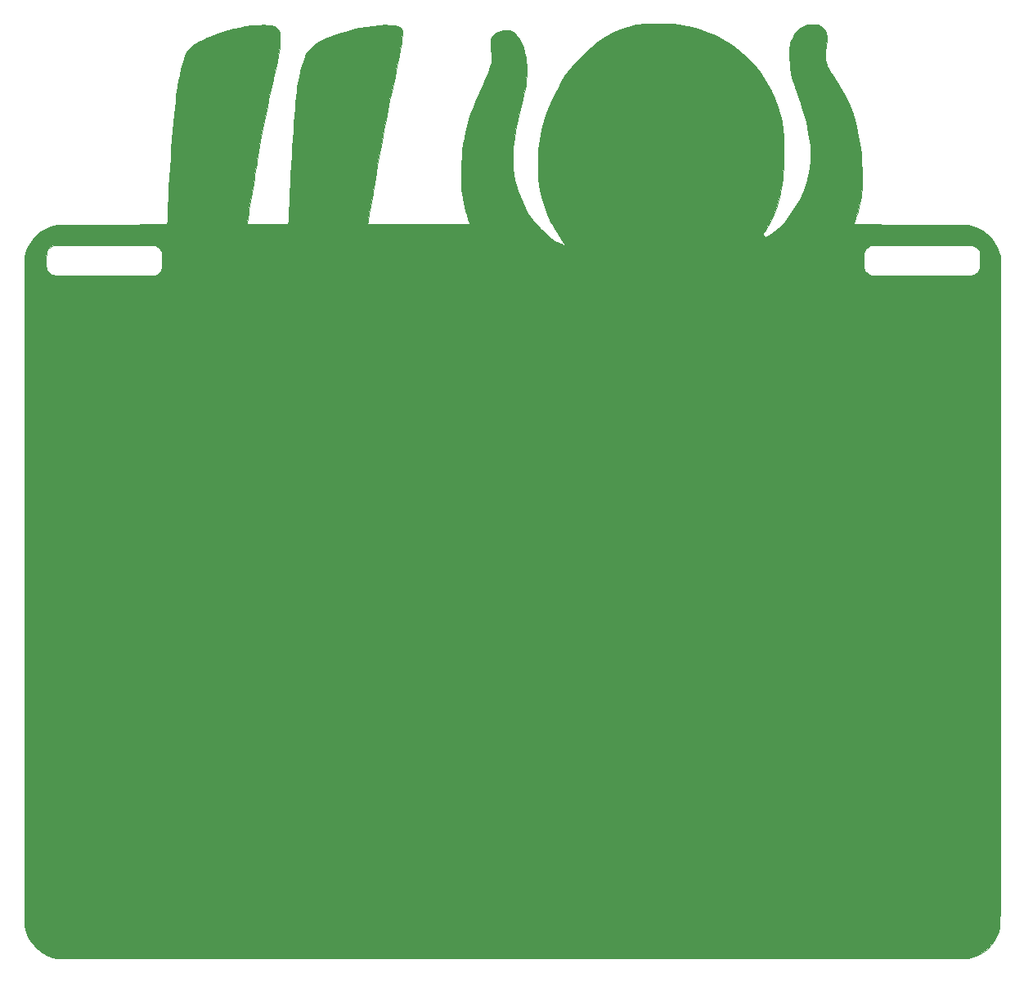
<source format=gbr>
G04 #@! TF.GenerationSoftware,KiCad,Pcbnew,(5.1.5-0-10_14)*
G04 #@! TF.CreationDate,2020-02-09T18:22:42-08:00*
G04 #@! TF.ProjectId,badge-proto,62616467-652d-4707-926f-746f2e6b6963,rev?*
G04 #@! TF.SameCoordinates,Original*
G04 #@! TF.FileFunction,Copper,L2,Bot*
G04 #@! TF.FilePolarity,Positive*
%FSLAX46Y46*%
G04 Gerber Fmt 4.6, Leading zero omitted, Abs format (unit mm)*
G04 Created by KiCad (PCBNEW (5.1.5-0-10_14)) date 2020-02-09 18:22:42*
%MOMM*%
%LPD*%
G04 APERTURE LIST*
%ADD10C,0.010000*%
%ADD11C,0.467722*%
G04 APERTURE END LIST*
D10*
G36*
X15689475Y48406602D02*
G01*
X16051048Y48397296D01*
X16368610Y48382714D01*
X16626091Y48362766D01*
X16721667Y48351525D01*
X17712407Y48193110D01*
X18634393Y47996913D01*
X19496094Y47759864D01*
X20305980Y47478896D01*
X21072520Y47150940D01*
X21804183Y46772925D01*
X22509438Y46341785D01*
X22784984Y46154507D01*
X23614627Y45524470D01*
X24381896Y44839191D01*
X25084759Y44101543D01*
X25721181Y43314395D01*
X26289131Y42480620D01*
X26786574Y41603088D01*
X27211478Y40684671D01*
X27561810Y39728240D01*
X27724015Y39179500D01*
X27808244Y38855475D01*
X27880070Y38546194D01*
X27940435Y38241527D01*
X27990280Y37931345D01*
X28030547Y37605517D01*
X28062178Y37253913D01*
X28086115Y36866404D01*
X28103299Y36432861D01*
X28114674Y35943152D01*
X28121179Y35387149D01*
X28123523Y34882667D01*
X28120062Y34155705D01*
X28105255Y33501004D01*
X28077785Y32906753D01*
X28036336Y32361143D01*
X27979591Y31852363D01*
X27906233Y31368603D01*
X27814946Y30898054D01*
X27704414Y30428905D01*
X27573752Y29950833D01*
X27440762Y29536057D01*
X27275280Y29089552D01*
X27085857Y28630207D01*
X26881046Y28176913D01*
X26669398Y27748557D01*
X26459464Y27364028D01*
X26259796Y27042215D01*
X26251139Y27029437D01*
X26139383Y26862184D01*
X26069445Y26745657D01*
X26033826Y26661765D01*
X26025026Y26592414D01*
X26035545Y26519511D01*
X26037017Y26512889D01*
X26074224Y26402016D01*
X26120635Y26328841D01*
X26127189Y26323606D01*
X26246266Y26293864D01*
X26411298Y26331535D01*
X26619438Y26434846D01*
X26867837Y26602024D01*
X27153648Y26831296D01*
X27474024Y27120889D01*
X27595648Y27237979D01*
X28253832Y27927920D01*
X28833226Y28636645D01*
X29339066Y29372549D01*
X29776589Y30144028D01*
X30151031Y30959479D01*
X30467628Y31827298D01*
X30477943Y31859401D01*
X30685765Y32609496D01*
X30831099Y33369622D01*
X30913916Y34146733D01*
X30934193Y34947780D01*
X30891901Y35779716D01*
X30787015Y36649494D01*
X30619509Y37564066D01*
X30453745Y38279679D01*
X30397464Y38498820D01*
X30337224Y38721457D01*
X30270416Y38955816D01*
X30194430Y39210121D01*
X30106659Y39492598D01*
X30004493Y39811474D01*
X29885323Y40174972D01*
X29746540Y40591320D01*
X29585535Y41068743D01*
X29399698Y41615466D01*
X29342547Y41783000D01*
X29200781Y42201693D01*
X29084987Y42555241D01*
X28992362Y42858127D01*
X28920101Y43124833D01*
X28865400Y43369841D01*
X28825456Y43607633D01*
X28797463Y43852691D01*
X28778618Y44119497D01*
X28766116Y44422533D01*
X28757153Y44776280D01*
X28756451Y44809833D01*
X28749689Y45221298D01*
X28749155Y45560586D01*
X28756392Y45840060D01*
X28772946Y46072080D01*
X28800359Y46269007D01*
X28840177Y46443202D01*
X28893945Y46607028D01*
X28963206Y46772843D01*
X29015623Y46884167D01*
X29259518Y47309901D01*
X29542271Y47661197D01*
X29865630Y47939714D01*
X30231341Y48147116D01*
X30422550Y48221934D01*
X30579012Y48269174D01*
X30731719Y48299208D01*
X30907906Y48315544D01*
X31134804Y48321689D01*
X31199667Y48322037D01*
X31466300Y48316517D01*
X31670324Y48293182D01*
X31833201Y48244211D01*
X31976397Y48161788D01*
X32121376Y48038092D01*
X32202935Y47956577D01*
X32411351Y47684754D01*
X32551458Y47368785D01*
X32623634Y47006722D01*
X32628253Y46596619D01*
X32565694Y46136527D01*
X32560158Y46108982D01*
X32479759Y45623031D01*
X32441193Y45165450D01*
X32445521Y44753530D01*
X32465297Y44561545D01*
X32490371Y44417495D01*
X32526632Y44277404D01*
X32579151Y44131432D01*
X32652997Y43969739D01*
X32753240Y43782483D01*
X32884950Y43559825D01*
X33053197Y43291923D01*
X33263050Y42968936D01*
X33367193Y42810889D01*
X33738879Y42239495D01*
X34062048Y41721500D01*
X34342398Y41245271D01*
X34585623Y40799172D01*
X34797421Y40371570D01*
X34983487Y39950829D01*
X35149517Y39525315D01*
X35301207Y39083394D01*
X35444253Y38613430D01*
X35475025Y38505488D01*
X35685042Y37680374D01*
X35864540Y36809563D01*
X36012252Y35907864D01*
X36126909Y34990084D01*
X36207244Y34071032D01*
X36251990Y33165516D01*
X36259878Y32288343D01*
X36229642Y31454323D01*
X36160013Y30678264D01*
X36151164Y30607000D01*
X36066238Y30076552D01*
X35942981Y29500267D01*
X35787939Y28904106D01*
X35607660Y28314025D01*
X35480033Y27945992D01*
X35355076Y27603603D01*
X41246621Y27590688D01*
X47138167Y27577772D01*
X47489275Y27483916D01*
X48058889Y27291931D01*
X48579680Y27034456D01*
X49047294Y26714005D01*
X49427063Y26365443D01*
X49782476Y25943010D01*
X50070935Y25491428D01*
X50302227Y24993763D01*
X50427291Y24635152D01*
X50524834Y24320500D01*
X50537532Y-10223500D01*
X50538303Y-12401812D01*
X50538983Y-14496716D01*
X50539571Y-16509473D01*
X50540065Y-18441341D01*
X50540464Y-20293580D01*
X50540767Y-22067448D01*
X50540972Y-23764206D01*
X50541079Y-25385113D01*
X50541085Y-26931428D01*
X50540989Y-28404410D01*
X50540791Y-29805319D01*
X50540488Y-31135414D01*
X50540080Y-32395954D01*
X50539565Y-33588199D01*
X50538942Y-34713407D01*
X50538209Y-35772839D01*
X50537366Y-36767754D01*
X50536411Y-37699411D01*
X50535342Y-38569069D01*
X50534158Y-39377988D01*
X50532859Y-40127426D01*
X50531442Y-40818644D01*
X50529906Y-41452901D01*
X50528251Y-42031455D01*
X50526474Y-42555567D01*
X50524575Y-43026495D01*
X50522551Y-43445499D01*
X50520403Y-43813839D01*
X50518127Y-44132773D01*
X50515724Y-44403561D01*
X50513192Y-44627462D01*
X50510529Y-44805736D01*
X50507735Y-44939642D01*
X50504807Y-45030439D01*
X50501745Y-45079387D01*
X50501117Y-45084259D01*
X50374930Y-45629636D01*
X50173553Y-46145162D01*
X49903116Y-46624560D01*
X49569749Y-47061553D01*
X49179580Y-47449864D01*
X48738740Y-47783214D01*
X48253358Y-48055328D01*
X47729563Y-48259927D01*
X47293193Y-48369589D01*
X47268401Y-48372687D01*
X47225877Y-48375678D01*
X47164220Y-48378562D01*
X47082029Y-48381341D01*
X46977901Y-48384017D01*
X46850434Y-48386591D01*
X46698226Y-48389066D01*
X46519876Y-48391442D01*
X46313981Y-48393722D01*
X46079141Y-48395906D01*
X45813952Y-48397998D01*
X45517013Y-48399997D01*
X45186923Y-48401906D01*
X44822278Y-48403727D01*
X44421678Y-48405460D01*
X43983721Y-48407109D01*
X43507004Y-48408674D01*
X42990126Y-48410156D01*
X42431685Y-48411559D01*
X41830278Y-48412882D01*
X41184505Y-48414128D01*
X40492963Y-48415299D01*
X39754251Y-48416396D01*
X38966966Y-48417421D01*
X38129706Y-48418374D01*
X37241070Y-48419259D01*
X36299656Y-48420077D01*
X35304062Y-48420828D01*
X34252886Y-48421515D01*
X33144726Y-48422140D01*
X31978181Y-48422704D01*
X30751848Y-48423209D01*
X29464325Y-48423656D01*
X28114212Y-48424046D01*
X26700105Y-48424383D01*
X25220602Y-48424666D01*
X23674303Y-48424899D01*
X22059805Y-48425082D01*
X20375707Y-48425217D01*
X18620605Y-48425305D01*
X16793100Y-48425349D01*
X14891788Y-48425350D01*
X12915267Y-48425309D01*
X10862137Y-48425229D01*
X8730994Y-48425110D01*
X6520438Y-48424955D01*
X4229066Y-48424765D01*
X1855476Y-48424542D01*
X28026Y-48424354D01*
X-1965580Y-48424112D01*
X-3939012Y-48423811D01*
X-5890557Y-48423453D01*
X-7818503Y-48423039D01*
X-9721140Y-48422571D01*
X-11596755Y-48422050D01*
X-13443636Y-48421477D01*
X-15260072Y-48420854D01*
X-17044352Y-48420183D01*
X-18794763Y-48419464D01*
X-20509594Y-48418700D01*
X-22187132Y-48417891D01*
X-23825668Y-48417039D01*
X-25423488Y-48416146D01*
X-26978881Y-48415213D01*
X-28490135Y-48414241D01*
X-29955539Y-48413232D01*
X-31373381Y-48412187D01*
X-32741949Y-48411108D01*
X-34059531Y-48409996D01*
X-35324416Y-48408852D01*
X-36534893Y-48407678D01*
X-37689249Y-48406476D01*
X-38785773Y-48405246D01*
X-39822752Y-48403991D01*
X-40798476Y-48402711D01*
X-41711233Y-48401409D01*
X-42559311Y-48400085D01*
X-43340998Y-48398740D01*
X-44054582Y-48397378D01*
X-44698352Y-48395998D01*
X-45270597Y-48394602D01*
X-45769604Y-48393192D01*
X-46193662Y-48391769D01*
X-46541058Y-48390334D01*
X-46810083Y-48388889D01*
X-46999023Y-48387436D01*
X-47106166Y-48385976D01*
X-47131404Y-48384983D01*
X-47535117Y-48289445D01*
X-47958202Y-48140260D01*
X-48368089Y-47950642D01*
X-48725666Y-47738264D01*
X-48917682Y-47591096D01*
X-49135033Y-47398103D01*
X-49353820Y-47182339D01*
X-49550141Y-46966855D01*
X-49640857Y-46855550D01*
X-49930742Y-46415463D01*
X-50164181Y-45924510D01*
X-50333629Y-45400944D01*
X-50417017Y-44978165D01*
X-50420063Y-44932938D01*
X-50422975Y-44840494D01*
X-50425754Y-44699697D01*
X-50428402Y-44509411D01*
X-50430920Y-44268501D01*
X-50433308Y-43975832D01*
X-50435569Y-43630267D01*
X-50437702Y-43230672D01*
X-50439710Y-42775910D01*
X-50441594Y-42264847D01*
X-50443354Y-41696346D01*
X-50444992Y-41069273D01*
X-50446510Y-40382491D01*
X-50447907Y-39634866D01*
X-50449185Y-38825261D01*
X-50450347Y-37952541D01*
X-50451391Y-37015571D01*
X-50452321Y-36013215D01*
X-50453136Y-34944337D01*
X-50453839Y-33807803D01*
X-50454429Y-32602476D01*
X-50454910Y-31327221D01*
X-50455280Y-29980902D01*
X-50455543Y-28562384D01*
X-50455698Y-27070532D01*
X-50455748Y-25504210D01*
X-50455692Y-23862282D01*
X-50455533Y-22143613D01*
X-50455272Y-20347067D01*
X-50454909Y-18471509D01*
X-50454446Y-16515803D01*
X-50453884Y-14478814D01*
X-50453225Y-12359406D01*
X-50452485Y-10202333D01*
X-50440378Y23644594D01*
X-48214162Y23644594D01*
X-48213900Y23410180D01*
X-48208875Y23234386D01*
X-48198409Y23104225D01*
X-48181823Y23006708D01*
X-48158438Y22928845D01*
X-48156714Y22924278D01*
X-48032596Y22705329D01*
X-47848547Y22515738D01*
X-47646166Y22388870D01*
X-47618139Y22377449D01*
X-47583730Y22367207D01*
X-47538426Y22358079D01*
X-47477714Y22350000D01*
X-47397078Y22342904D01*
X-47292005Y22336728D01*
X-47157981Y22331406D01*
X-46990493Y22326872D01*
X-46785025Y22323063D01*
X-46537065Y22319913D01*
X-46242098Y22317357D01*
X-45895610Y22315331D01*
X-45493087Y22313768D01*
X-45030016Y22312606D01*
X-44501882Y22311777D01*
X-43904172Y22311219D01*
X-43232371Y22310864D01*
X-42481965Y22310650D01*
X-42205678Y22310597D01*
X-36934524Y22309667D01*
X-36744678Y22410095D01*
X-36519741Y22575375D01*
X-36349082Y22798293D01*
X-36244031Y23063524D01*
X-36236290Y23097860D01*
X-36215669Y23255881D01*
X-36203225Y23484166D01*
X-36199467Y23768659D01*
X-36200922Y23876000D01*
X36427834Y23876000D01*
X36428345Y23589617D01*
X36430802Y23373838D01*
X36436589Y23214604D01*
X36447092Y23097854D01*
X36463694Y23009527D01*
X36487780Y22935564D01*
X36520735Y22861905D01*
X36529457Y22844052D01*
X36644823Y22673582D01*
X36806412Y22514743D01*
X36985279Y22392944D01*
X37097220Y22345637D01*
X37150519Y22342147D01*
X37283275Y22338733D01*
X37490277Y22335425D01*
X37766315Y22332252D01*
X38106180Y22329246D01*
X38504661Y22326436D01*
X38956548Y22323852D01*
X39456632Y22321525D01*
X39999701Y22319483D01*
X40580546Y22317758D01*
X41193957Y22316379D01*
X41834724Y22315377D01*
X42439167Y22314816D01*
X43215821Y22314374D01*
X43912333Y22314112D01*
X44533228Y22314094D01*
X45083030Y22314380D01*
X45566262Y22315033D01*
X45987451Y22316115D01*
X46351120Y22317688D01*
X46661794Y22319812D01*
X46923997Y22322551D01*
X47142254Y22325966D01*
X47321089Y22330118D01*
X47465027Y22335070D01*
X47578592Y22340884D01*
X47666308Y22347620D01*
X47732701Y22355342D01*
X47782295Y22364111D01*
X47819613Y22373988D01*
X47849181Y22385037D01*
X47857834Y22388870D01*
X48074110Y22527190D01*
X48254001Y22718183D01*
X48367669Y22922415D01*
X48391304Y22999537D01*
X48408169Y23096801D01*
X48418935Y23227066D01*
X48424275Y23403190D01*
X48424859Y23638034D01*
X48421361Y23944458D01*
X48421295Y23948771D01*
X48408167Y24800335D01*
X48279594Y24983125D01*
X48079129Y25203725D01*
X47840855Y25354001D01*
X47714647Y25399321D01*
X47647314Y25406282D01*
X47501830Y25412649D01*
X47284571Y25418426D01*
X47001914Y25423618D01*
X46660237Y25428226D01*
X46265916Y25432257D01*
X45825328Y25435712D01*
X45344852Y25438596D01*
X44830863Y25440912D01*
X44289739Y25442664D01*
X43727856Y25443856D01*
X43151593Y25444491D01*
X42567326Y25444574D01*
X41981432Y25444107D01*
X41400288Y25443095D01*
X40830272Y25441541D01*
X40277760Y25439448D01*
X39749130Y25436821D01*
X39250758Y25433664D01*
X38789022Y25429979D01*
X38370299Y25425771D01*
X38000965Y25421043D01*
X37687399Y25415798D01*
X37435977Y25410042D01*
X37253076Y25403777D01*
X37145073Y25397006D01*
X37120341Y25393203D01*
X36931410Y25303009D01*
X36743662Y25156423D01*
X36584905Y24977427D01*
X36521623Y24876868D01*
X36489121Y24810966D01*
X36465116Y24743199D01*
X36448332Y24659927D01*
X36437489Y24547514D01*
X36431311Y24392321D01*
X36428519Y24180710D01*
X36427835Y23899042D01*
X36427834Y23876000D01*
X-36200922Y23876000D01*
X-36202869Y24019495D01*
X-36210355Y24283147D01*
X-36219617Y24477870D01*
X-36232649Y24619401D01*
X-36251445Y24723478D01*
X-36277998Y24805837D01*
X-36311470Y24876868D01*
X-36441880Y25062931D01*
X-36617044Y25229831D01*
X-36808965Y25353362D01*
X-36908674Y25393203D01*
X-36974267Y25400240D01*
X-37118149Y25406775D01*
X-37333941Y25412802D01*
X-37615268Y25418319D01*
X-37955751Y25423322D01*
X-38349014Y25427807D01*
X-38788680Y25431770D01*
X-39268371Y25435209D01*
X-39781711Y25438118D01*
X-40322322Y25440495D01*
X-40883827Y25442336D01*
X-41459850Y25443637D01*
X-42044013Y25444394D01*
X-42629939Y25444604D01*
X-43211251Y25444263D01*
X-43781571Y25443367D01*
X-44334524Y25441913D01*
X-44863731Y25439897D01*
X-45362816Y25437316D01*
X-45825401Y25434165D01*
X-46245110Y25430441D01*
X-46615565Y25426140D01*
X-46930389Y25421259D01*
X-47183205Y25415793D01*
X-47367637Y25409740D01*
X-47477306Y25403096D01*
X-47502980Y25399321D01*
X-47755881Y25285927D01*
X-47975985Y25098511D01*
X-48067927Y24983109D01*
X-48196500Y24800304D01*
X-48210339Y23950618D01*
X-48214162Y23644594D01*
X-50440378Y23644594D01*
X-50440166Y24235833D01*
X-50345475Y24574500D01*
X-50172219Y25063791D01*
X-49933603Y25541990D01*
X-49641492Y25990455D01*
X-49307755Y26390546D01*
X-49012237Y26668713D01*
X-48750154Y26860341D01*
X-48432227Y27051508D01*
X-48086170Y27228100D01*
X-47739698Y27376004D01*
X-47420525Y27481103D01*
X-47413333Y27483008D01*
X-47053500Y27577687D01*
X-41373952Y27590684D01*
X-35694405Y27603681D01*
X-35670685Y27951757D01*
X-35662493Y28089914D01*
X-35651828Y28296887D01*
X-35639426Y28556888D01*
X-35626021Y28854129D01*
X-35612348Y29172819D01*
X-35601301Y29442833D01*
X-35558422Y30444120D01*
X-35509634Y31453721D01*
X-35455502Y32464182D01*
X-35396590Y33468043D01*
X-35333464Y34457848D01*
X-35266687Y35426139D01*
X-35196824Y36365459D01*
X-35124439Y37268351D01*
X-35050098Y38127357D01*
X-34974363Y38935020D01*
X-34897800Y39683882D01*
X-34820973Y40366487D01*
X-34744447Y40975376D01*
X-34708930Y41232667D01*
X-34610372Y41867855D01*
X-34499025Y42486158D01*
X-34377094Y43079283D01*
X-34246788Y43638935D01*
X-34110312Y44156819D01*
X-33969874Y44624641D01*
X-33827681Y45034107D01*
X-33685939Y45376923D01*
X-33546855Y45644793D01*
X-33525978Y45678596D01*
X-33364485Y45873983D01*
X-33126370Y46077604D01*
X-32818967Y46286736D01*
X-32449609Y46498656D01*
X-32025629Y46710642D01*
X-31554361Y46919970D01*
X-31043137Y47123918D01*
X-30499292Y47319763D01*
X-29930157Y47504782D01*
X-29343067Y47676253D01*
X-28745354Y47831452D01*
X-28144353Y47967657D01*
X-27547395Y48082145D01*
X-26961815Y48172193D01*
X-26733500Y48200633D01*
X-26400587Y48231134D01*
X-26053453Y48248735D01*
X-25708307Y48253803D01*
X-25381354Y48246711D01*
X-25088803Y48227828D01*
X-24846860Y48197524D01*
X-24671731Y48156170D01*
X-24663714Y48153349D01*
X-24442853Y48047310D01*
X-24271632Y47902070D01*
X-24146063Y47709488D01*
X-24062156Y47461423D01*
X-24015923Y47149734D01*
X-24003229Y46805222D01*
X-24010222Y46526772D01*
X-24031718Y46221456D01*
X-24068849Y45882668D01*
X-24122747Y45503804D01*
X-24194545Y45078256D01*
X-24285375Y44599420D01*
X-24396370Y44060689D01*
X-24528661Y43455457D01*
X-24683381Y42777119D01*
X-24722624Y42608500D01*
X-24882303Y41915217D01*
X-25036370Y41226072D01*
X-25186633Y40531890D01*
X-25334902Y39823498D01*
X-25482985Y39091722D01*
X-25632691Y38327387D01*
X-25785828Y37521321D01*
X-25944204Y36664348D01*
X-26109630Y35747295D01*
X-26283913Y34760988D01*
X-26391806Y34141833D01*
X-26439679Y33862641D01*
X-26495313Y33532709D01*
X-26557471Y33159764D01*
X-26624916Y32751537D01*
X-26696408Y32315756D01*
X-26770712Y31860150D01*
X-26846588Y31392449D01*
X-26922800Y30920380D01*
X-26998108Y30451675D01*
X-27071277Y29994060D01*
X-27141068Y29555266D01*
X-27206243Y29143021D01*
X-27265564Y28765055D01*
X-27317794Y28429095D01*
X-27361696Y28142873D01*
X-27396030Y27914115D01*
X-27419561Y27750552D01*
X-27431049Y27659913D01*
X-27432000Y27646320D01*
X-27397890Y27634959D01*
X-27294061Y27625335D01*
X-27118261Y27617402D01*
X-26868239Y27611112D01*
X-26541745Y27606417D01*
X-26136526Y27603269D01*
X-25650333Y27601622D01*
X-25298661Y27601333D01*
X-23165322Y27601333D01*
X-23140690Y27971750D01*
X-23128584Y28170051D01*
X-23115025Y28417874D01*
X-23101870Y28680143D01*
X-23093118Y28871333D01*
X-23049305Y29844904D01*
X-23002317Y30819976D01*
X-22952516Y31791464D01*
X-22900267Y32754285D01*
X-22845935Y33703356D01*
X-22789884Y34633592D01*
X-22732480Y35539909D01*
X-22674086Y36417224D01*
X-22615066Y37260453D01*
X-22555786Y38064512D01*
X-22496610Y38824316D01*
X-22437903Y39534783D01*
X-22380029Y40190828D01*
X-22323352Y40787367D01*
X-22268237Y41319317D01*
X-22215048Y41781593D01*
X-22164151Y42169112D01*
X-22118781Y42460333D01*
X-22032724Y42898775D01*
X-21924382Y43358004D01*
X-21799312Y43819490D01*
X-21663072Y44264703D01*
X-21521221Y44675114D01*
X-21379317Y45032192D01*
X-21287793Y45230731D01*
X-21122429Y45515059D01*
X-20918210Y45772260D01*
X-20664872Y46011575D01*
X-20352151Y46242245D01*
X-19969780Y46473509D01*
X-19812000Y46559274D01*
X-19247616Y46834064D01*
X-18623243Y47094202D01*
X-17952569Y47336397D01*
X-17249282Y47557358D01*
X-16527072Y47753793D01*
X-15799627Y47922412D01*
X-15080635Y48059924D01*
X-14383785Y48163037D01*
X-13722765Y48228462D01*
X-13111264Y48252906D01*
X-12790962Y48247276D01*
X-12395211Y48220297D01*
X-12073947Y48174283D01*
X-11818619Y48106731D01*
X-11620678Y48015134D01*
X-11471572Y47896987D01*
X-11428700Y47848096D01*
X-11386982Y47789297D01*
X-11361343Y47726858D01*
X-11349356Y47641342D01*
X-11348594Y47513316D01*
X-11356630Y47323345D01*
X-11358547Y47286333D01*
X-11392791Y46862584D01*
X-11455262Y46359318D01*
X-11545907Y45776826D01*
X-11664675Y45115396D01*
X-11811516Y44375319D01*
X-11986379Y43556883D01*
X-12132901Y42904833D01*
X-12296170Y42173479D01*
X-12469669Y41361643D01*
X-12652742Y40472807D01*
X-12844730Y39510451D01*
X-13044976Y38478058D01*
X-13252822Y37379110D01*
X-13467612Y36217087D01*
X-13688687Y34995472D01*
X-13915390Y33717746D01*
X-14147063Y32387390D01*
X-14383049Y31007887D01*
X-14411520Y30839833D01*
X-14490741Y30372253D01*
X-14566835Y29924081D01*
X-14638455Y29503207D01*
X-14704249Y29117516D01*
X-14762869Y28774897D01*
X-14812965Y28483237D01*
X-14853186Y28250423D01*
X-14882183Y28084343D01*
X-14898606Y27992885D01*
X-14899699Y27987139D01*
X-14924622Y27843889D01*
X-14940556Y27725421D01*
X-14943666Y27680222D01*
X-14941600Y27668615D01*
X-14932490Y27658206D01*
X-14911970Y27648928D01*
X-14875675Y27640717D01*
X-14819239Y27633508D01*
X-14738296Y27627236D01*
X-14628481Y27621836D01*
X-14485428Y27617242D01*
X-14304771Y27613390D01*
X-14082145Y27610214D01*
X-13813183Y27607650D01*
X-13493519Y27605632D01*
X-13118789Y27604095D01*
X-12684627Y27602974D01*
X-12186666Y27602205D01*
X-11620541Y27601721D01*
X-10981886Y27601458D01*
X-10266336Y27601351D01*
X-9652000Y27601333D01*
X-8990120Y27601546D01*
X-8352125Y27602166D01*
X-7743083Y27603168D01*
X-7168064Y27604525D01*
X-6632136Y27606212D01*
X-6140370Y27608203D01*
X-5697834Y27610471D01*
X-5309598Y27612992D01*
X-4980731Y27615738D01*
X-4716302Y27618684D01*
X-4521380Y27621805D01*
X-4401036Y27625073D01*
X-4360333Y27628430D01*
X-4373525Y27676307D01*
X-4409666Y27788506D01*
X-4463608Y27949481D01*
X-4530201Y28143686D01*
X-4547800Y28194393D01*
X-4666987Y28561593D01*
X-4787567Y28977013D01*
X-4901912Y29411231D01*
X-5002388Y29834828D01*
X-5081367Y30218381D01*
X-5100305Y30324628D01*
X-5164027Y30774995D01*
X-5208602Y31269366D01*
X-5234533Y31817804D01*
X-5242323Y32430371D01*
X-5234808Y33020000D01*
X-5208522Y33827295D01*
X-5166973Y34565659D01*
X-5108685Y35249698D01*
X-5032184Y35894016D01*
X-4935993Y36513220D01*
X-4822165Y37105167D01*
X-4740332Y37479822D01*
X-4656156Y37831328D01*
X-4566090Y38169441D01*
X-4466584Y38503917D01*
X-4354091Y38844514D01*
X-4225062Y39200986D01*
X-4075949Y39583091D01*
X-3903202Y40000584D01*
X-3703275Y40463223D01*
X-3472618Y40980762D01*
X-3207683Y41562959D01*
X-3174703Y41634833D01*
X-2939490Y42148882D01*
X-2738309Y42594911D01*
X-2568967Y42981424D01*
X-2429270Y43316927D01*
X-2317024Y43609924D01*
X-2230034Y43868921D01*
X-2166108Y44102421D01*
X-2123050Y44318931D01*
X-2098666Y44526954D01*
X-2090764Y44734996D01*
X-2097148Y44951561D01*
X-2115625Y45185155D01*
X-2144001Y45444281D01*
X-2159334Y45570823D01*
X-2199697Y45929073D01*
X-2222584Y46216935D01*
X-2227634Y46446941D01*
X-2214481Y46631621D01*
X-2182764Y46783506D01*
X-2132118Y46915129D01*
X-2119638Y46940217D01*
X-1959528Y47163928D01*
X-1735481Y47355665D01*
X-1463819Y47510413D01*
X-1160864Y47623162D01*
X-842938Y47688898D01*
X-526363Y47702610D01*
X-227461Y47659284D01*
X-21166Y47584649D01*
X257095Y47405823D01*
X517033Y47148986D01*
X755779Y46819373D01*
X970462Y46422220D01*
X1158214Y45962760D01*
X1316163Y45446227D01*
X1430474Y44936833D01*
X1460519Y44719591D01*
X1483096Y44436142D01*
X1498228Y44104615D01*
X1505940Y43743139D01*
X1506253Y43369842D01*
X1499191Y43002853D01*
X1484778Y42660299D01*
X1463036Y42360309D01*
X1433990Y42121012D01*
X1426810Y42079333D01*
X1337288Y41614993D01*
X1231952Y41107586D01*
X1108700Y40547558D01*
X965428Y39925353D01*
X802836Y39243000D01*
X624601Y38488687D01*
X472447Y37805423D01*
X345528Y37183985D01*
X242997Y36615151D01*
X164009Y36089699D01*
X107718Y35598407D01*
X73278Y35132052D01*
X59844Y34681413D01*
X66569Y34237267D01*
X92607Y33790391D01*
X137113Y33331565D01*
X199241Y32851564D01*
X209875Y32778209D01*
X308717Y32215632D01*
X440590Y31662610D01*
X610813Y31102196D01*
X824703Y30517443D01*
X1087578Y29891404D01*
X1180658Y29684521D01*
X1367558Y29290819D01*
X1550929Y28942113D01*
X1741506Y28623221D01*
X1950020Y28318963D01*
X2187205Y28014160D01*
X2463794Y27693630D01*
X2790520Y27342193D01*
X2963334Y27163174D01*
X3278496Y26844215D01*
X3550797Y26580187D01*
X3792284Y26361570D01*
X4015001Y26178847D01*
X4230996Y26022499D01*
X4452315Y25883008D01*
X4691004Y25750856D01*
X4858587Y25665664D01*
X5057088Y25569606D01*
X5227988Y25491092D01*
X5357465Y25436144D01*
X5431700Y25410785D01*
X5443517Y25410739D01*
X5442167Y25457541D01*
X5399646Y25561879D01*
X5314669Y25726072D01*
X5185951Y25952441D01*
X5012207Y26243305D01*
X4792153Y26600985D01*
X4722746Y26712333D01*
X4518980Y27039285D01*
X4353855Y27306869D01*
X4220569Y27527153D01*
X4112319Y27712207D01*
X4022303Y27874098D01*
X3943719Y28024898D01*
X3869762Y28176673D01*
X3793632Y28341493D01*
X3750614Y28437062D01*
X3455989Y29163607D01*
X3209315Y29922828D01*
X3007687Y30726055D01*
X2848201Y31584616D01*
X2743888Y32363833D01*
X2723969Y32601475D01*
X2708988Y32904890D01*
X2698944Y33255494D01*
X2693833Y33634706D01*
X2693655Y34023941D01*
X2698408Y34404617D01*
X2708090Y34758151D01*
X2722698Y35065961D01*
X2742232Y35309463D01*
X2744183Y35327167D01*
X2889727Y36351206D01*
X3092581Y37347199D01*
X3356693Y38328396D01*
X3686007Y39308046D01*
X4084472Y40299398D01*
X4484373Y41169167D01*
X4807757Y41809904D01*
X5128258Y42387256D01*
X5457348Y42916907D01*
X5806502Y43414541D01*
X6187195Y43895843D01*
X6610899Y44376498D01*
X7089091Y44872190D01*
X7453939Y45228438D01*
X8199310Y45899980D01*
X8946382Y46488666D01*
X9698524Y46996293D01*
X10459106Y47424658D01*
X11231495Y47775554D01*
X12019061Y48050778D01*
X12825172Y48252126D01*
X13275991Y48331775D01*
X13495696Y48356817D01*
X13783876Y48377228D01*
X14124462Y48392916D01*
X14501384Y48403790D01*
X14898573Y48409757D01*
X15299960Y48410725D01*
X15689475Y48406602D01*
G37*
X15689475Y48406602D02*
X16051048Y48397296D01*
X16368610Y48382714D01*
X16626091Y48362766D01*
X16721667Y48351525D01*
X17712407Y48193110D01*
X18634393Y47996913D01*
X19496094Y47759864D01*
X20305980Y47478896D01*
X21072520Y47150940D01*
X21804183Y46772925D01*
X22509438Y46341785D01*
X22784984Y46154507D01*
X23614627Y45524470D01*
X24381896Y44839191D01*
X25084759Y44101543D01*
X25721181Y43314395D01*
X26289131Y42480620D01*
X26786574Y41603088D01*
X27211478Y40684671D01*
X27561810Y39728240D01*
X27724015Y39179500D01*
X27808244Y38855475D01*
X27880070Y38546194D01*
X27940435Y38241527D01*
X27990280Y37931345D01*
X28030547Y37605517D01*
X28062178Y37253913D01*
X28086115Y36866404D01*
X28103299Y36432861D01*
X28114674Y35943152D01*
X28121179Y35387149D01*
X28123523Y34882667D01*
X28120062Y34155705D01*
X28105255Y33501004D01*
X28077785Y32906753D01*
X28036336Y32361143D01*
X27979591Y31852363D01*
X27906233Y31368603D01*
X27814946Y30898054D01*
X27704414Y30428905D01*
X27573752Y29950833D01*
X27440762Y29536057D01*
X27275280Y29089552D01*
X27085857Y28630207D01*
X26881046Y28176913D01*
X26669398Y27748557D01*
X26459464Y27364028D01*
X26259796Y27042215D01*
X26251139Y27029437D01*
X26139383Y26862184D01*
X26069445Y26745657D01*
X26033826Y26661765D01*
X26025026Y26592414D01*
X26035545Y26519511D01*
X26037017Y26512889D01*
X26074224Y26402016D01*
X26120635Y26328841D01*
X26127189Y26323606D01*
X26246266Y26293864D01*
X26411298Y26331535D01*
X26619438Y26434846D01*
X26867837Y26602024D01*
X27153648Y26831296D01*
X27474024Y27120889D01*
X27595648Y27237979D01*
X28253832Y27927920D01*
X28833226Y28636645D01*
X29339066Y29372549D01*
X29776589Y30144028D01*
X30151031Y30959479D01*
X30467628Y31827298D01*
X30477943Y31859401D01*
X30685765Y32609496D01*
X30831099Y33369622D01*
X30913916Y34146733D01*
X30934193Y34947780D01*
X30891901Y35779716D01*
X30787015Y36649494D01*
X30619509Y37564066D01*
X30453745Y38279679D01*
X30397464Y38498820D01*
X30337224Y38721457D01*
X30270416Y38955816D01*
X30194430Y39210121D01*
X30106659Y39492598D01*
X30004493Y39811474D01*
X29885323Y40174972D01*
X29746540Y40591320D01*
X29585535Y41068743D01*
X29399698Y41615466D01*
X29342547Y41783000D01*
X29200781Y42201693D01*
X29084987Y42555241D01*
X28992362Y42858127D01*
X28920101Y43124833D01*
X28865400Y43369841D01*
X28825456Y43607633D01*
X28797463Y43852691D01*
X28778618Y44119497D01*
X28766116Y44422533D01*
X28757153Y44776280D01*
X28756451Y44809833D01*
X28749689Y45221298D01*
X28749155Y45560586D01*
X28756392Y45840060D01*
X28772946Y46072080D01*
X28800359Y46269007D01*
X28840177Y46443202D01*
X28893945Y46607028D01*
X28963206Y46772843D01*
X29015623Y46884167D01*
X29259518Y47309901D01*
X29542271Y47661197D01*
X29865630Y47939714D01*
X30231341Y48147116D01*
X30422550Y48221934D01*
X30579012Y48269174D01*
X30731719Y48299208D01*
X30907906Y48315544D01*
X31134804Y48321689D01*
X31199667Y48322037D01*
X31466300Y48316517D01*
X31670324Y48293182D01*
X31833201Y48244211D01*
X31976397Y48161788D01*
X32121376Y48038092D01*
X32202935Y47956577D01*
X32411351Y47684754D01*
X32551458Y47368785D01*
X32623634Y47006722D01*
X32628253Y46596619D01*
X32565694Y46136527D01*
X32560158Y46108982D01*
X32479759Y45623031D01*
X32441193Y45165450D01*
X32445521Y44753530D01*
X32465297Y44561545D01*
X32490371Y44417495D01*
X32526632Y44277404D01*
X32579151Y44131432D01*
X32652997Y43969739D01*
X32753240Y43782483D01*
X32884950Y43559825D01*
X33053197Y43291923D01*
X33263050Y42968936D01*
X33367193Y42810889D01*
X33738879Y42239495D01*
X34062048Y41721500D01*
X34342398Y41245271D01*
X34585623Y40799172D01*
X34797421Y40371570D01*
X34983487Y39950829D01*
X35149517Y39525315D01*
X35301207Y39083394D01*
X35444253Y38613430D01*
X35475025Y38505488D01*
X35685042Y37680374D01*
X35864540Y36809563D01*
X36012252Y35907864D01*
X36126909Y34990084D01*
X36207244Y34071032D01*
X36251990Y33165516D01*
X36259878Y32288343D01*
X36229642Y31454323D01*
X36160013Y30678264D01*
X36151164Y30607000D01*
X36066238Y30076552D01*
X35942981Y29500267D01*
X35787939Y28904106D01*
X35607660Y28314025D01*
X35480033Y27945992D01*
X35355076Y27603603D01*
X41246621Y27590688D01*
X47138167Y27577772D01*
X47489275Y27483916D01*
X48058889Y27291931D01*
X48579680Y27034456D01*
X49047294Y26714005D01*
X49427063Y26365443D01*
X49782476Y25943010D01*
X50070935Y25491428D01*
X50302227Y24993763D01*
X50427291Y24635152D01*
X50524834Y24320500D01*
X50537532Y-10223500D01*
X50538303Y-12401812D01*
X50538983Y-14496716D01*
X50539571Y-16509473D01*
X50540065Y-18441341D01*
X50540464Y-20293580D01*
X50540767Y-22067448D01*
X50540972Y-23764206D01*
X50541079Y-25385113D01*
X50541085Y-26931428D01*
X50540989Y-28404410D01*
X50540791Y-29805319D01*
X50540488Y-31135414D01*
X50540080Y-32395954D01*
X50539565Y-33588199D01*
X50538942Y-34713407D01*
X50538209Y-35772839D01*
X50537366Y-36767754D01*
X50536411Y-37699411D01*
X50535342Y-38569069D01*
X50534158Y-39377988D01*
X50532859Y-40127426D01*
X50531442Y-40818644D01*
X50529906Y-41452901D01*
X50528251Y-42031455D01*
X50526474Y-42555567D01*
X50524575Y-43026495D01*
X50522551Y-43445499D01*
X50520403Y-43813839D01*
X50518127Y-44132773D01*
X50515724Y-44403561D01*
X50513192Y-44627462D01*
X50510529Y-44805736D01*
X50507735Y-44939642D01*
X50504807Y-45030439D01*
X50501745Y-45079387D01*
X50501117Y-45084259D01*
X50374930Y-45629636D01*
X50173553Y-46145162D01*
X49903116Y-46624560D01*
X49569749Y-47061553D01*
X49179580Y-47449864D01*
X48738740Y-47783214D01*
X48253358Y-48055328D01*
X47729563Y-48259927D01*
X47293193Y-48369589D01*
X47268401Y-48372687D01*
X47225877Y-48375678D01*
X47164220Y-48378562D01*
X47082029Y-48381341D01*
X46977901Y-48384017D01*
X46850434Y-48386591D01*
X46698226Y-48389066D01*
X46519876Y-48391442D01*
X46313981Y-48393722D01*
X46079141Y-48395906D01*
X45813952Y-48397998D01*
X45517013Y-48399997D01*
X45186923Y-48401906D01*
X44822278Y-48403727D01*
X44421678Y-48405460D01*
X43983721Y-48407109D01*
X43507004Y-48408674D01*
X42990126Y-48410156D01*
X42431685Y-48411559D01*
X41830278Y-48412882D01*
X41184505Y-48414128D01*
X40492963Y-48415299D01*
X39754251Y-48416396D01*
X38966966Y-48417421D01*
X38129706Y-48418374D01*
X37241070Y-48419259D01*
X36299656Y-48420077D01*
X35304062Y-48420828D01*
X34252886Y-48421515D01*
X33144726Y-48422140D01*
X31978181Y-48422704D01*
X30751848Y-48423209D01*
X29464325Y-48423656D01*
X28114212Y-48424046D01*
X26700105Y-48424383D01*
X25220602Y-48424666D01*
X23674303Y-48424899D01*
X22059805Y-48425082D01*
X20375707Y-48425217D01*
X18620605Y-48425305D01*
X16793100Y-48425349D01*
X14891788Y-48425350D01*
X12915267Y-48425309D01*
X10862137Y-48425229D01*
X8730994Y-48425110D01*
X6520438Y-48424955D01*
X4229066Y-48424765D01*
X1855476Y-48424542D01*
X28026Y-48424354D01*
X-1965580Y-48424112D01*
X-3939012Y-48423811D01*
X-5890557Y-48423453D01*
X-7818503Y-48423039D01*
X-9721140Y-48422571D01*
X-11596755Y-48422050D01*
X-13443636Y-48421477D01*
X-15260072Y-48420854D01*
X-17044352Y-48420183D01*
X-18794763Y-48419464D01*
X-20509594Y-48418700D01*
X-22187132Y-48417891D01*
X-23825668Y-48417039D01*
X-25423488Y-48416146D01*
X-26978881Y-48415213D01*
X-28490135Y-48414241D01*
X-29955539Y-48413232D01*
X-31373381Y-48412187D01*
X-32741949Y-48411108D01*
X-34059531Y-48409996D01*
X-35324416Y-48408852D01*
X-36534893Y-48407678D01*
X-37689249Y-48406476D01*
X-38785773Y-48405246D01*
X-39822752Y-48403991D01*
X-40798476Y-48402711D01*
X-41711233Y-48401409D01*
X-42559311Y-48400085D01*
X-43340998Y-48398740D01*
X-44054582Y-48397378D01*
X-44698352Y-48395998D01*
X-45270597Y-48394602D01*
X-45769604Y-48393192D01*
X-46193662Y-48391769D01*
X-46541058Y-48390334D01*
X-46810083Y-48388889D01*
X-46999023Y-48387436D01*
X-47106166Y-48385976D01*
X-47131404Y-48384983D01*
X-47535117Y-48289445D01*
X-47958202Y-48140260D01*
X-48368089Y-47950642D01*
X-48725666Y-47738264D01*
X-48917682Y-47591096D01*
X-49135033Y-47398103D01*
X-49353820Y-47182339D01*
X-49550141Y-46966855D01*
X-49640857Y-46855550D01*
X-49930742Y-46415463D01*
X-50164181Y-45924510D01*
X-50333629Y-45400944D01*
X-50417017Y-44978165D01*
X-50420063Y-44932938D01*
X-50422975Y-44840494D01*
X-50425754Y-44699697D01*
X-50428402Y-44509411D01*
X-50430920Y-44268501D01*
X-50433308Y-43975832D01*
X-50435569Y-43630267D01*
X-50437702Y-43230672D01*
X-50439710Y-42775910D01*
X-50441594Y-42264847D01*
X-50443354Y-41696346D01*
X-50444992Y-41069273D01*
X-50446510Y-40382491D01*
X-50447907Y-39634866D01*
X-50449185Y-38825261D01*
X-50450347Y-37952541D01*
X-50451391Y-37015571D01*
X-50452321Y-36013215D01*
X-50453136Y-34944337D01*
X-50453839Y-33807803D01*
X-50454429Y-32602476D01*
X-50454910Y-31327221D01*
X-50455280Y-29980902D01*
X-50455543Y-28562384D01*
X-50455698Y-27070532D01*
X-50455748Y-25504210D01*
X-50455692Y-23862282D01*
X-50455533Y-22143613D01*
X-50455272Y-20347067D01*
X-50454909Y-18471509D01*
X-50454446Y-16515803D01*
X-50453884Y-14478814D01*
X-50453225Y-12359406D01*
X-50452485Y-10202333D01*
X-50440378Y23644594D01*
X-48214162Y23644594D01*
X-48213900Y23410180D01*
X-48208875Y23234386D01*
X-48198409Y23104225D01*
X-48181823Y23006708D01*
X-48158438Y22928845D01*
X-48156714Y22924278D01*
X-48032596Y22705329D01*
X-47848547Y22515738D01*
X-47646166Y22388870D01*
X-47618139Y22377449D01*
X-47583730Y22367207D01*
X-47538426Y22358079D01*
X-47477714Y22350000D01*
X-47397078Y22342904D01*
X-47292005Y22336728D01*
X-47157981Y22331406D01*
X-46990493Y22326872D01*
X-46785025Y22323063D01*
X-46537065Y22319913D01*
X-46242098Y22317357D01*
X-45895610Y22315331D01*
X-45493087Y22313768D01*
X-45030016Y22312606D01*
X-44501882Y22311777D01*
X-43904172Y22311219D01*
X-43232371Y22310864D01*
X-42481965Y22310650D01*
X-42205678Y22310597D01*
X-36934524Y22309667D01*
X-36744678Y22410095D01*
X-36519741Y22575375D01*
X-36349082Y22798293D01*
X-36244031Y23063524D01*
X-36236290Y23097860D01*
X-36215669Y23255881D01*
X-36203225Y23484166D01*
X-36199467Y23768659D01*
X-36200922Y23876000D01*
X36427834Y23876000D01*
X36428345Y23589617D01*
X36430802Y23373838D01*
X36436589Y23214604D01*
X36447092Y23097854D01*
X36463694Y23009527D01*
X36487780Y22935564D01*
X36520735Y22861905D01*
X36529457Y22844052D01*
X36644823Y22673582D01*
X36806412Y22514743D01*
X36985279Y22392944D01*
X37097220Y22345637D01*
X37150519Y22342147D01*
X37283275Y22338733D01*
X37490277Y22335425D01*
X37766315Y22332252D01*
X38106180Y22329246D01*
X38504661Y22326436D01*
X38956548Y22323852D01*
X39456632Y22321525D01*
X39999701Y22319483D01*
X40580546Y22317758D01*
X41193957Y22316379D01*
X41834724Y22315377D01*
X42439167Y22314816D01*
X43215821Y22314374D01*
X43912333Y22314112D01*
X44533228Y22314094D01*
X45083030Y22314380D01*
X45566262Y22315033D01*
X45987451Y22316115D01*
X46351120Y22317688D01*
X46661794Y22319812D01*
X46923997Y22322551D01*
X47142254Y22325966D01*
X47321089Y22330118D01*
X47465027Y22335070D01*
X47578592Y22340884D01*
X47666308Y22347620D01*
X47732701Y22355342D01*
X47782295Y22364111D01*
X47819613Y22373988D01*
X47849181Y22385037D01*
X47857834Y22388870D01*
X48074110Y22527190D01*
X48254001Y22718183D01*
X48367669Y22922415D01*
X48391304Y22999537D01*
X48408169Y23096801D01*
X48418935Y23227066D01*
X48424275Y23403190D01*
X48424859Y23638034D01*
X48421361Y23944458D01*
X48421295Y23948771D01*
X48408167Y24800335D01*
X48279594Y24983125D01*
X48079129Y25203725D01*
X47840855Y25354001D01*
X47714647Y25399321D01*
X47647314Y25406282D01*
X47501830Y25412649D01*
X47284571Y25418426D01*
X47001914Y25423618D01*
X46660237Y25428226D01*
X46265916Y25432257D01*
X45825328Y25435712D01*
X45344852Y25438596D01*
X44830863Y25440912D01*
X44289739Y25442664D01*
X43727856Y25443856D01*
X43151593Y25444491D01*
X42567326Y25444574D01*
X41981432Y25444107D01*
X41400288Y25443095D01*
X40830272Y25441541D01*
X40277760Y25439448D01*
X39749130Y25436821D01*
X39250758Y25433664D01*
X38789022Y25429979D01*
X38370299Y25425771D01*
X38000965Y25421043D01*
X37687399Y25415798D01*
X37435977Y25410042D01*
X37253076Y25403777D01*
X37145073Y25397006D01*
X37120341Y25393203D01*
X36931410Y25303009D01*
X36743662Y25156423D01*
X36584905Y24977427D01*
X36521623Y24876868D01*
X36489121Y24810966D01*
X36465116Y24743199D01*
X36448332Y24659927D01*
X36437489Y24547514D01*
X36431311Y24392321D01*
X36428519Y24180710D01*
X36427835Y23899042D01*
X36427834Y23876000D01*
X-36200922Y23876000D01*
X-36202869Y24019495D01*
X-36210355Y24283147D01*
X-36219617Y24477870D01*
X-36232649Y24619401D01*
X-36251445Y24723478D01*
X-36277998Y24805837D01*
X-36311470Y24876868D01*
X-36441880Y25062931D01*
X-36617044Y25229831D01*
X-36808965Y25353362D01*
X-36908674Y25393203D01*
X-36974267Y25400240D01*
X-37118149Y25406775D01*
X-37333941Y25412802D01*
X-37615268Y25418319D01*
X-37955751Y25423322D01*
X-38349014Y25427807D01*
X-38788680Y25431770D01*
X-39268371Y25435209D01*
X-39781711Y25438118D01*
X-40322322Y25440495D01*
X-40883827Y25442336D01*
X-41459850Y25443637D01*
X-42044013Y25444394D01*
X-42629939Y25444604D01*
X-43211251Y25444263D01*
X-43781571Y25443367D01*
X-44334524Y25441913D01*
X-44863731Y25439897D01*
X-45362816Y25437316D01*
X-45825401Y25434165D01*
X-46245110Y25430441D01*
X-46615565Y25426140D01*
X-46930389Y25421259D01*
X-47183205Y25415793D01*
X-47367637Y25409740D01*
X-47477306Y25403096D01*
X-47502980Y25399321D01*
X-47755881Y25285927D01*
X-47975985Y25098511D01*
X-48067927Y24983109D01*
X-48196500Y24800304D01*
X-48210339Y23950618D01*
X-48214162Y23644594D01*
X-50440378Y23644594D01*
X-50440166Y24235833D01*
X-50345475Y24574500D01*
X-50172219Y25063791D01*
X-49933603Y25541990D01*
X-49641492Y25990455D01*
X-49307755Y26390546D01*
X-49012237Y26668713D01*
X-48750154Y26860341D01*
X-48432227Y27051508D01*
X-48086170Y27228100D01*
X-47739698Y27376004D01*
X-47420525Y27481103D01*
X-47413333Y27483008D01*
X-47053500Y27577687D01*
X-41373952Y27590684D01*
X-35694405Y27603681D01*
X-35670685Y27951757D01*
X-35662493Y28089914D01*
X-35651828Y28296887D01*
X-35639426Y28556888D01*
X-35626021Y28854129D01*
X-35612348Y29172819D01*
X-35601301Y29442833D01*
X-35558422Y30444120D01*
X-35509634Y31453721D01*
X-35455502Y32464182D01*
X-35396590Y33468043D01*
X-35333464Y34457848D01*
X-35266687Y35426139D01*
X-35196824Y36365459D01*
X-35124439Y37268351D01*
X-35050098Y38127357D01*
X-34974363Y38935020D01*
X-34897800Y39683882D01*
X-34820973Y40366487D01*
X-34744447Y40975376D01*
X-34708930Y41232667D01*
X-34610372Y41867855D01*
X-34499025Y42486158D01*
X-34377094Y43079283D01*
X-34246788Y43638935D01*
X-34110312Y44156819D01*
X-33969874Y44624641D01*
X-33827681Y45034107D01*
X-33685939Y45376923D01*
X-33546855Y45644793D01*
X-33525978Y45678596D01*
X-33364485Y45873983D01*
X-33126370Y46077604D01*
X-32818967Y46286736D01*
X-32449609Y46498656D01*
X-32025629Y46710642D01*
X-31554361Y46919970D01*
X-31043137Y47123918D01*
X-30499292Y47319763D01*
X-29930157Y47504782D01*
X-29343067Y47676253D01*
X-28745354Y47831452D01*
X-28144353Y47967657D01*
X-27547395Y48082145D01*
X-26961815Y48172193D01*
X-26733500Y48200633D01*
X-26400587Y48231134D01*
X-26053453Y48248735D01*
X-25708307Y48253803D01*
X-25381354Y48246711D01*
X-25088803Y48227828D01*
X-24846860Y48197524D01*
X-24671731Y48156170D01*
X-24663714Y48153349D01*
X-24442853Y48047310D01*
X-24271632Y47902070D01*
X-24146063Y47709488D01*
X-24062156Y47461423D01*
X-24015923Y47149734D01*
X-24003229Y46805222D01*
X-24010222Y46526772D01*
X-24031718Y46221456D01*
X-24068849Y45882668D01*
X-24122747Y45503804D01*
X-24194545Y45078256D01*
X-24285375Y44599420D01*
X-24396370Y44060689D01*
X-24528661Y43455457D01*
X-24683381Y42777119D01*
X-24722624Y42608500D01*
X-24882303Y41915217D01*
X-25036370Y41226072D01*
X-25186633Y40531890D01*
X-25334902Y39823498D01*
X-25482985Y39091722D01*
X-25632691Y38327387D01*
X-25785828Y37521321D01*
X-25944204Y36664348D01*
X-26109630Y35747295D01*
X-26283913Y34760988D01*
X-26391806Y34141833D01*
X-26439679Y33862641D01*
X-26495313Y33532709D01*
X-26557471Y33159764D01*
X-26624916Y32751537D01*
X-26696408Y32315756D01*
X-26770712Y31860150D01*
X-26846588Y31392449D01*
X-26922800Y30920380D01*
X-26998108Y30451675D01*
X-27071277Y29994060D01*
X-27141068Y29555266D01*
X-27206243Y29143021D01*
X-27265564Y28765055D01*
X-27317794Y28429095D01*
X-27361696Y28142873D01*
X-27396030Y27914115D01*
X-27419561Y27750552D01*
X-27431049Y27659913D01*
X-27432000Y27646320D01*
X-27397890Y27634959D01*
X-27294061Y27625335D01*
X-27118261Y27617402D01*
X-26868239Y27611112D01*
X-26541745Y27606417D01*
X-26136526Y27603269D01*
X-25650333Y27601622D01*
X-25298661Y27601333D01*
X-23165322Y27601333D01*
X-23140690Y27971750D01*
X-23128584Y28170051D01*
X-23115025Y28417874D01*
X-23101870Y28680143D01*
X-23093118Y28871333D01*
X-23049305Y29844904D01*
X-23002317Y30819976D01*
X-22952516Y31791464D01*
X-22900267Y32754285D01*
X-22845935Y33703356D01*
X-22789884Y34633592D01*
X-22732480Y35539909D01*
X-22674086Y36417224D01*
X-22615066Y37260453D01*
X-22555786Y38064512D01*
X-22496610Y38824316D01*
X-22437903Y39534783D01*
X-22380029Y40190828D01*
X-22323352Y40787367D01*
X-22268237Y41319317D01*
X-22215048Y41781593D01*
X-22164151Y42169112D01*
X-22118781Y42460333D01*
X-22032724Y42898775D01*
X-21924382Y43358004D01*
X-21799312Y43819490D01*
X-21663072Y44264703D01*
X-21521221Y44675114D01*
X-21379317Y45032192D01*
X-21287793Y45230731D01*
X-21122429Y45515059D01*
X-20918210Y45772260D01*
X-20664872Y46011575D01*
X-20352151Y46242245D01*
X-19969780Y46473509D01*
X-19812000Y46559274D01*
X-19247616Y46834064D01*
X-18623243Y47094202D01*
X-17952569Y47336397D01*
X-17249282Y47557358D01*
X-16527072Y47753793D01*
X-15799627Y47922412D01*
X-15080635Y48059924D01*
X-14383785Y48163037D01*
X-13722765Y48228462D01*
X-13111264Y48252906D01*
X-12790962Y48247276D01*
X-12395211Y48220297D01*
X-12073947Y48174283D01*
X-11818619Y48106731D01*
X-11620678Y48015134D01*
X-11471572Y47896987D01*
X-11428700Y47848096D01*
X-11386982Y47789297D01*
X-11361343Y47726858D01*
X-11349356Y47641342D01*
X-11348594Y47513316D01*
X-11356630Y47323345D01*
X-11358547Y47286333D01*
X-11392791Y46862584D01*
X-11455262Y46359318D01*
X-11545907Y45776826D01*
X-11664675Y45115396D01*
X-11811516Y44375319D01*
X-11986379Y43556883D01*
X-12132901Y42904833D01*
X-12296170Y42173479D01*
X-12469669Y41361643D01*
X-12652742Y40472807D01*
X-12844730Y39510451D01*
X-13044976Y38478058D01*
X-13252822Y37379110D01*
X-13467612Y36217087D01*
X-13688687Y34995472D01*
X-13915390Y33717746D01*
X-14147063Y32387390D01*
X-14383049Y31007887D01*
X-14411520Y30839833D01*
X-14490741Y30372253D01*
X-14566835Y29924081D01*
X-14638455Y29503207D01*
X-14704249Y29117516D01*
X-14762869Y28774897D01*
X-14812965Y28483237D01*
X-14853186Y28250423D01*
X-14882183Y28084343D01*
X-14898606Y27992885D01*
X-14899699Y27987139D01*
X-14924622Y27843889D01*
X-14940556Y27725421D01*
X-14943666Y27680222D01*
X-14941600Y27668615D01*
X-14932490Y27658206D01*
X-14911970Y27648928D01*
X-14875675Y27640717D01*
X-14819239Y27633508D01*
X-14738296Y27627236D01*
X-14628481Y27621836D01*
X-14485428Y27617242D01*
X-14304771Y27613390D01*
X-14082145Y27610214D01*
X-13813183Y27607650D01*
X-13493519Y27605632D01*
X-13118789Y27604095D01*
X-12684627Y27602974D01*
X-12186666Y27602205D01*
X-11620541Y27601721D01*
X-10981886Y27601458D01*
X-10266336Y27601351D01*
X-9652000Y27601333D01*
X-8990120Y27601546D01*
X-8352125Y27602166D01*
X-7743083Y27603168D01*
X-7168064Y27604525D01*
X-6632136Y27606212D01*
X-6140370Y27608203D01*
X-5697834Y27610471D01*
X-5309598Y27612992D01*
X-4980731Y27615738D01*
X-4716302Y27618684D01*
X-4521380Y27621805D01*
X-4401036Y27625073D01*
X-4360333Y27628430D01*
X-4373525Y27676307D01*
X-4409666Y27788506D01*
X-4463608Y27949481D01*
X-4530201Y28143686D01*
X-4547800Y28194393D01*
X-4666987Y28561593D01*
X-4787567Y28977013D01*
X-4901912Y29411231D01*
X-5002388Y29834828D01*
X-5081367Y30218381D01*
X-5100305Y30324628D01*
X-5164027Y30774995D01*
X-5208602Y31269366D01*
X-5234533Y31817804D01*
X-5242323Y32430371D01*
X-5234808Y33020000D01*
X-5208522Y33827295D01*
X-5166973Y34565659D01*
X-5108685Y35249698D01*
X-5032184Y35894016D01*
X-4935993Y36513220D01*
X-4822165Y37105167D01*
X-4740332Y37479822D01*
X-4656156Y37831328D01*
X-4566090Y38169441D01*
X-4466584Y38503917D01*
X-4354091Y38844514D01*
X-4225062Y39200986D01*
X-4075949Y39583091D01*
X-3903202Y40000584D01*
X-3703275Y40463223D01*
X-3472618Y40980762D01*
X-3207683Y41562959D01*
X-3174703Y41634833D01*
X-2939490Y42148882D01*
X-2738309Y42594911D01*
X-2568967Y42981424D01*
X-2429270Y43316927D01*
X-2317024Y43609924D01*
X-2230034Y43868921D01*
X-2166108Y44102421D01*
X-2123050Y44318931D01*
X-2098666Y44526954D01*
X-2090764Y44734996D01*
X-2097148Y44951561D01*
X-2115625Y45185155D01*
X-2144001Y45444281D01*
X-2159334Y45570823D01*
X-2199697Y45929073D01*
X-2222584Y46216935D01*
X-2227634Y46446941D01*
X-2214481Y46631621D01*
X-2182764Y46783506D01*
X-2132118Y46915129D01*
X-2119638Y46940217D01*
X-1959528Y47163928D01*
X-1735481Y47355665D01*
X-1463819Y47510413D01*
X-1160864Y47623162D01*
X-842938Y47688898D01*
X-526363Y47702610D01*
X-227461Y47659284D01*
X-21166Y47584649D01*
X257095Y47405823D01*
X517033Y47148986D01*
X755779Y46819373D01*
X970462Y46422220D01*
X1158214Y45962760D01*
X1316163Y45446227D01*
X1430474Y44936833D01*
X1460519Y44719591D01*
X1483096Y44436142D01*
X1498228Y44104615D01*
X1505940Y43743139D01*
X1506253Y43369842D01*
X1499191Y43002853D01*
X1484778Y42660299D01*
X1463036Y42360309D01*
X1433990Y42121012D01*
X1426810Y42079333D01*
X1337288Y41614993D01*
X1231952Y41107586D01*
X1108700Y40547558D01*
X965428Y39925353D01*
X802836Y39243000D01*
X624601Y38488687D01*
X472447Y37805423D01*
X345528Y37183985D01*
X242997Y36615151D01*
X164009Y36089699D01*
X107718Y35598407D01*
X73278Y35132052D01*
X59844Y34681413D01*
X66569Y34237267D01*
X92607Y33790391D01*
X137113Y33331565D01*
X199241Y32851564D01*
X209875Y32778209D01*
X308717Y32215632D01*
X440590Y31662610D01*
X610813Y31102196D01*
X824703Y30517443D01*
X1087578Y29891404D01*
X1180658Y29684521D01*
X1367558Y29290819D01*
X1550929Y28942113D01*
X1741506Y28623221D01*
X1950020Y28318963D01*
X2187205Y28014160D01*
X2463794Y27693630D01*
X2790520Y27342193D01*
X2963334Y27163174D01*
X3278496Y26844215D01*
X3550797Y26580187D01*
X3792284Y26361570D01*
X4015001Y26178847D01*
X4230996Y26022499D01*
X4452315Y25883008D01*
X4691004Y25750856D01*
X4858587Y25665664D01*
X5057088Y25569606D01*
X5227988Y25491092D01*
X5357465Y25436144D01*
X5431700Y25410785D01*
X5443517Y25410739D01*
X5442167Y25457541D01*
X5399646Y25561879D01*
X5314669Y25726072D01*
X5185951Y25952441D01*
X5012207Y26243305D01*
X4792153Y26600985D01*
X4722746Y26712333D01*
X4518980Y27039285D01*
X4353855Y27306869D01*
X4220569Y27527153D01*
X4112319Y27712207D01*
X4022303Y27874098D01*
X3943719Y28024898D01*
X3869762Y28176673D01*
X3793632Y28341493D01*
X3750614Y28437062D01*
X3455989Y29163607D01*
X3209315Y29922828D01*
X3007687Y30726055D01*
X2848201Y31584616D01*
X2743888Y32363833D01*
X2723969Y32601475D01*
X2708988Y32904890D01*
X2698944Y33255494D01*
X2693833Y33634706D01*
X2693655Y34023941D01*
X2698408Y34404617D01*
X2708090Y34758151D01*
X2722698Y35065961D01*
X2742232Y35309463D01*
X2744183Y35327167D01*
X2889727Y36351206D01*
X3092581Y37347199D01*
X3356693Y38328396D01*
X3686007Y39308046D01*
X4084472Y40299398D01*
X4484373Y41169167D01*
X4807757Y41809904D01*
X5128258Y42387256D01*
X5457348Y42916907D01*
X5806502Y43414541D01*
X6187195Y43895843D01*
X6610899Y44376498D01*
X7089091Y44872190D01*
X7453939Y45228438D01*
X8199310Y45899980D01*
X8946382Y46488666D01*
X9698524Y46996293D01*
X10459106Y47424658D01*
X11231495Y47775554D01*
X12019061Y48050778D01*
X12825172Y48252126D01*
X13275991Y48331775D01*
X13495696Y48356817D01*
X13783876Y48377228D01*
X14124462Y48392916D01*
X14501384Y48403790D01*
X14898573Y48409757D01*
X15299960Y48410725D01*
X15689475Y48406602D01*
D11*
X-49948508Y1851311D03*
X-49948508Y-40099258D03*
X49799093Y-40099258D03*
X49799093Y1851311D03*
M02*

</source>
